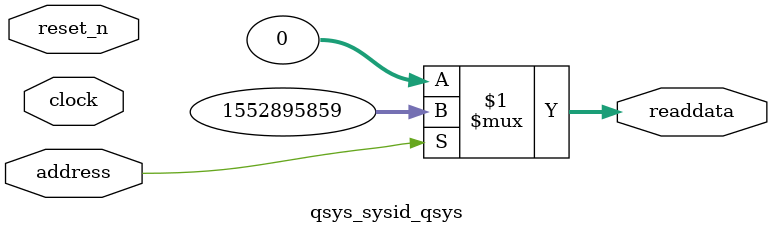
<source format=v>

`timescale 1ns / 1ps
// synthesis translate_on

// turn off superfluous verilog processor warnings 
// altera message_level Level1 
// altera message_off 10034 10035 10036 10037 10230 10240 10030 

module qsys_sysid_qsys (
               // inputs:
                address,
                clock,
                reset_n,

               // outputs:
                readdata
             )
;

  output  [ 31: 0] readdata;
  input            address;
  input            clock;
  input            reset_n;

  wire    [ 31: 0] readdata;
  //control_slave, which is an e_avalon_slave
  assign readdata = address ? 1552895859 : 0;

endmodule




</source>
